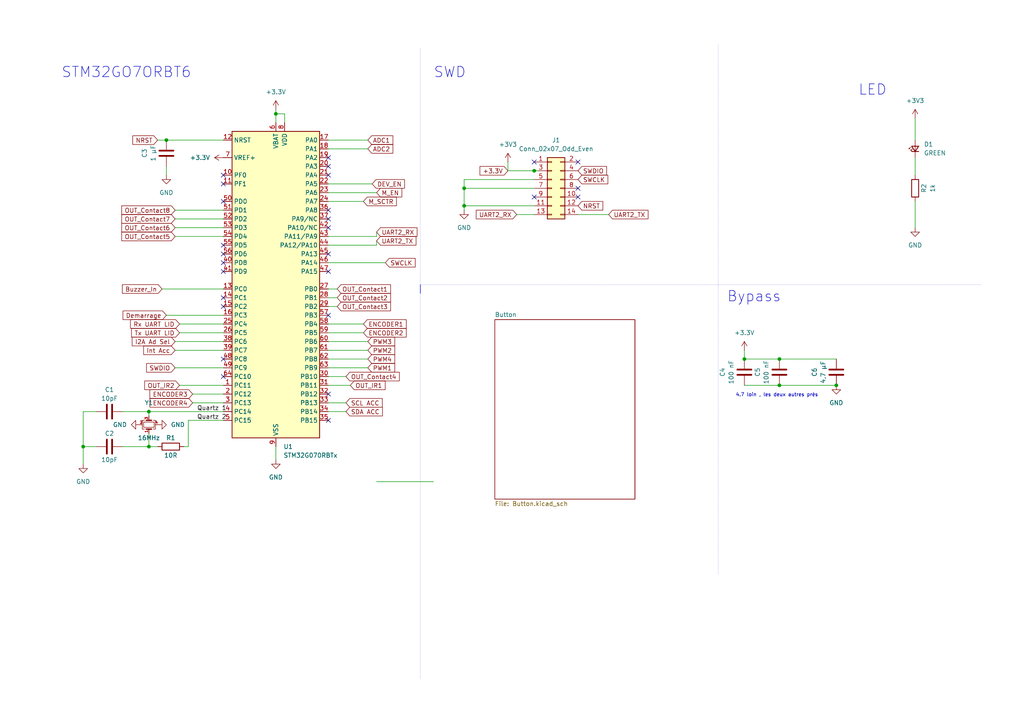
<source format=kicad_sch>
(kicad_sch (version 20230121) (generator eeschema)
  (paper "A4")
  (lib_symbols
    (symbol "+3.3V_1" (power) (pin_numbers hide) (pin_names (offset 0) hide)
      (property "Value" "+3.3V_1" (at 0 3.556 0))
      (symbol "+3.3V_1_0_1"
        (polyline (pts (xy -0.762 1.27) (xy 0 2.54)))
        (polyline (pts (xy 0 0) (xy 0 2.54)))
        (polyline (pts (xy 0 2.54) (xy 0.762 1.27)))
      )
      (symbol "+3.3V_1_1_1"
        (pin power_in line (at 0 0 90) (length 0) hide (name "+3V3") (number "1"))
      )
    )
    (symbol "Connector_Generic:Conn_02x07_Odd_Even" (pin_names (offset 1.016) hide)
      (property "Reference" "J" (at 1.27 10.16 0))
      (property "Value" "Conn_02x07_Odd_Even" (at 1.27 -10.16 0))
      (symbol "Conn_02x07_Odd_Even_1_1"
        (rectangle (start -1.27 -7.493) (end 0 -7.747) (stroke (width 0.1524)))
        (rectangle (start -1.27 -4.953) (end 0 -5.207) (stroke (width 0.1524)))
        (rectangle (start -1.27 -2.413) (end 0 -2.667) (stroke (width 0.1524)))
        (rectangle (start -1.27 0.127) (end 0 -0.127) (stroke (width 0.1524)))
        (rectangle (start -1.27 2.667) (end 0 2.413) (stroke (width 0.1524)))
        (rectangle (start -1.27 5.207) (end 0 4.953) (stroke (width 0.1524)))
        (rectangle (start -1.27 7.747) (end 0 7.493) (stroke (width 0.1524)))
        (rectangle (start -1.27 8.89) (end 3.81 -8.89) (stroke (width 0.254)) (fill (type background)))
        (rectangle (start 3.81 -7.493) (end 2.54 -7.747) (stroke (width 0.1524)))
        (rectangle (start 3.81 -4.953) (end 2.54 -5.207) (stroke (width 0.1524)))
        (rectangle (start 3.81 -2.413) (end 2.54 -2.667) (stroke (width 0.1524)))
        (rectangle (start 3.81 0.127) (end 2.54 -0.127) (stroke (width 0.1524)))
        (rectangle (start 3.81 2.667) (end 2.54 2.413) (stroke (width 0.1524)))
        (rectangle (start 3.81 5.207) (end 2.54 4.953) (stroke (width 0.1524)))
        (rectangle (start 3.81 7.747) (end 2.54 7.493) (stroke (width 0.1524)))
        (pin passive line (at -5.08 7.62 0) (length 3.81) (name "Pin_1") (number "1"))
        (pin passive line (at 7.62 -2.54 180) (length 3.81) (name "Pin_10") (number "10"))
        (pin passive line (at -5.08 -5.08 0) (length 3.81) (name "Pin_11") (number "11"))
        (pin passive line (at 7.62 -5.08 180) (length 3.81) (name "Pin_12") (number "12"))
        (pin passive line (at -5.08 -7.62 0) (length 3.81) (name "Pin_13") (number "13"))
        (pin passive line (at 7.62 -7.62 180) (length 3.81) (name "Pin_14") (number "14"))
        (pin passive line (at 7.62 7.62 180) (length 3.81) (name "Pin_2") (number "2"))
        (pin passive line (at -5.08 5.08 0) (length 3.81) (name "Pin_3") (number "3"))
        (pin passive line (at 7.62 5.08 180) (length 3.81) (name "Pin_4") (number "4"))
        (pin passive line (at -5.08 2.54 0) (length 3.81) (name "Pin_5") (number "5"))
        (pin passive line (at 7.62 2.54 180) (length 3.81) (name "Pin_6") (number "6"))
        (pin passive line (at -5.08 0 0) (length 3.81) (name "Pin_7") (number "7"))
        (pin passive line (at 7.62 0 180) (length 3.81) (name "Pin_8") (number "8"))
        (pin passive line (at -5.08 -2.54 0) (length 3.81) (name "Pin_9") (number "9"))
      )
    )
    (symbol "Device:C" (pin_numbers hide) (pin_names (offset 0.254))
      (property "Reference" "C" (at 0.635 2.54 0))
      (property "Value" "C" (at 0.635 -2.54 0))
      (symbol "C_0_1"
        (polyline (pts (xy -2.032 -0.762) (xy 2.032 -0.762)) (stroke (width 0.508)))
        (polyline (pts (xy -2.032 0.762) (xy 2.032 0.762)) (stroke (width 0.508)))
      )
      (symbol "C_1_1"
        (pin passive line (at 0 3.81 270) (length 2.794) (name "~") (number "1"))
        (pin passive line (at 0 -3.81 90) (length 2.794) (name "~") (number "2"))
      )
    )
    (symbol "Device:Crystal_GND24_Small" (pin_names (offset 1.016) hide)
      (property "Reference" "Y" (at 1.27 4.445 0))
      (property "Value" "Crystal_GND24_Small" (at 1.27 2.54 0))
      (symbol "Crystal_GND24_Small_0_1"
        (rectangle (start -0.762 -1.524) (end 0.762 1.524))
        (polyline (pts (xy -1.27 -0.762) (xy -1.27 0.762)) (stroke (width 0.381)))
        (polyline (pts (xy 1.27 -0.762) (xy 1.27 0.762)) (stroke (width 0.381)))
        (polyline (pts (xy -1.27 -1.27) (xy -1.27 -1.905) (xy 1.27 -1.905) (xy 1.27 -1.27)))
        (polyline (pts (xy -1.27 1.27) (xy -1.27 1.905) (xy 1.27 1.905) (xy 1.27 1.27)))
      )
      (symbol "Crystal_GND24_Small_1_1"
        (pin passive line (at -2.54 0 0) (length 1.27) (name "1") (number "1"))
        (pin passive line (at 0 -2.54 90) (length 0.635) (name "2") (number "2"))
        (pin passive line (at 2.54 0 180) (length 1.27) (name "3") (number "3"))
        (pin passive line (at 0 2.54 270) (length 0.635) (name "4") (number "4"))
      )
    )
    (symbol "Device:LED_Small" (pin_numbers hide) (pin_names (offset 0.254) hide)
      (property "Reference" "D" (at -1.27 3.175 0))
      (property "Value" "LED_Small" (at -4.445 -2.54 0))
      (symbol "LED_Small_0_1"
        (polyline (pts (xy -0.762 -1.016) (xy -0.762 1.016)) (stroke (width 0.254)))
        (polyline (pts (xy 1.016 0) (xy -0.762 0)))
        (polyline (pts (xy 0.762 -1.016) (xy -0.762 0) (xy 0.762 1.016) (xy 0.762 -1.016)) (stroke (width 0.254)))
        (polyline (pts (xy 0 0.762) (xy -0.508 1.27) (xy -0.254 1.27) (xy -0.508 1.27) (xy -0.508 1.016)))
        (polyline (pts (xy 0.508 1.27) (xy 0 1.778) (xy 0.254 1.778) (xy 0 1.778) (xy 0 1.524)))
      )
      (symbol "LED_Small_1_1"
        (pin passive line (at -2.54 0 0) (length 1.778) (name "K") (number "1"))
        (pin passive line (at 2.54 0 180) (length 1.778) (name "A") (number "2"))
      )
    )
    (symbol "Device:R" (pin_numbers hide) (pin_names (offset 0))
      (property "Reference" "R" (at 2.032 0 90))
      (property "Value" "R" (at 0 0 90))
      (symbol "R_0_1"
        (rectangle (start -1.016 -2.54) (end 1.016 2.54) (stroke (width 0.254)))
      )
      (symbol "R_1_1"
        (pin passive line (at 0 3.81 270) (length 1.27) (name "~") (number "1"))
        (pin passive line (at 0 -3.81 90) (length 1.27) (name "~") (number "2"))
      )
    )
    (symbol "GND_2" (power) (pin_numbers hide) (pin_names (offset 0) hide)
      (property "Value" "GND_2" (at 0 -3.81 0))
      (symbol "GND_2_0_1"
        (polyline (pts (xy 0 0) (xy 0 -1.27) (xy 1.27 -1.27) (xy 0 -2.54) (xy -1.27 -1.27) (xy 0 -1.27)))
      )
      (symbol "GND_2_1_1"
        (pin power_in line (at 0 0 270) (length 0) hide (name "GND") (number "1"))
      )
    )
    (symbol "MCU_ST_STM32G0:STM32G070RBTx"
      (property "Reference" "U" (at -12.7 46.99 0))
      (property "Value" "STM32G070RBTx" (at 5.08 46.99 0))
      (symbol "STM32G070RBTx_0_1"
        (rectangle (start -12.7 -43.18) (end 12.7 45.72) (stroke (width 0.254)) (fill (type background)))
      )
      (symbol "STM32G070RBTx_1_1"
        (pin bidirectional line (at -15.24 -27.94 0) (length 2.54) (name "PC11") (number "1"))
        (pin bidirectional line (at -15.24 33.02 0) (length 2.54) (name "PF0") (number "10"))
        (pin bidirectional line (at -15.24 30.48 0) (length 2.54) (name "PF1") (number "11"))
        (pin input line (at -15.24 43.18 0) (length 2.54) (name "NRST") (number "12"))
        (pin bidirectional line (at -15.24 0 0) (length 2.54) (name "PC0") (number "13"))
        (pin bidirectional line (at -15.24 -2.54 0) (length 2.54) (name "PC1") (number "14"))
        (pin bidirectional line (at -15.24 -5.08 0) (length 2.54) (name "PC2") (number "15"))
        (pin bidirectional line (at -15.24 -7.62 0) (length 2.54) (name "PC3") (number "16"))
        (pin bidirectional line (at 15.24 43.18 180) (length 2.54) (name "PA0") (number "17"))
        (pin bidirectional line (at 15.24 40.64 180) (length 2.54) (name "PA1") (number "18"))
        (pin bidirectional line (at 15.24 38.1 180) (length 2.54) (name "PA2") (number "19"))
        (pin bidirectional line (at -15.24 -30.48 0) (length 2.54) (name "PC12") (number "2"))
        (pin bidirectional line (at 15.24 35.56 180) (length 2.54) (name "PA3") (number "20"))
        (pin bidirectional line (at 15.24 33.02 180) (length 2.54) (name "PA4") (number "21"))
        (pin bidirectional line (at 15.24 30.48 180) (length 2.54) (name "PA5") (number "22"))
        (pin bidirectional line (at 15.24 27.94 180) (length 2.54) (name "PA6") (number "23"))
        (pin bidirectional line (at 15.24 25.4 180) (length 2.54) (name "PA7") (number "24"))
        (pin bidirectional line (at -15.24 -10.16 0) (length 2.54) (name "PC4") (number "25"))
        (pin bidirectional line (at -15.24 -12.7 0) (length 2.54) (name "PC5") (number "26"))
        (pin bidirectional line (at 15.24 0 180) (length 2.54) (name "PB0") (number "27"))
        (pin bidirectional line (at 15.24 -2.54 180) (length 2.54) (name "PB1") (number "28"))
        (pin bidirectional line (at 15.24 -5.08 180) (length 2.54) (name "PB2") (number "29"))
        (pin bidirectional line (at -15.24 -33.02 0) (length 2.54) (name "PC13") (number "3"))
        (pin bidirectional line (at 15.24 -25.4 180) (length 2.54) (name "PB10") (number "30"))
        (pin bidirectional line (at 15.24 -27.94 180) (length 2.54) (name "PB11") (number "31"))
        (pin bidirectional line (at 15.24 -30.48 180) (length 2.54) (name "PB12") (number "32"))
        (pin bidirectional line (at 15.24 -33.02 180) (length 2.54) (name "PB13") (number "33"))
        (pin bidirectional line (at 15.24 -35.56 180) (length 2.54) (name "PB14") (number "34"))
        (pin bidirectional line (at 15.24 -38.1 180) (length 2.54) (name "PB15") (number "35"))
        (pin bidirectional line (at 15.24 22.86 180) (length 2.54) (name "PA8") (number "36"))
        (pin bidirectional line (at 15.24 20.32 180) (length 2.54) (name "PA9/NC") (number "37"))
        (pin bidirectional line (at -15.24 -15.24 0) (length 2.54) (name "PC6") (number "38"))
        (pin bidirectional line (at -15.24 -17.78 0) (length 2.54) (name "PC7") (number "39"))
        (pin bidirectional line (at -15.24 -35.56 0) (length 2.54) (name "PC14") (number "4"))
        (pin bidirectional line (at -15.24 7.62 0) (length 2.54) (name "PD8") (number "40"))
        (pin bidirectional line (at -15.24 5.08 0) (length 2.54) (name "PD9") (number "41"))
        (pin bidirectional line (at 15.24 17.78 180) (length 2.54) (name "PA10/NC") (number "42"))
        (pin bidirectional line (at 15.24 15.24 180) (length 2.54) (name "PA11/PA9") (number "43"))
        (pin bidirectional line (at 15.24 12.7 180) (length 2.54) (name "PA12/PA10") (number "44"))
        (pin bidirectional line (at 15.24 10.16 180) (length 2.54) (name "PA13") (number "45"))
        (pin bidirectional line (at 15.24 7.62 180) (length 2.54) (name "PA14") (number "46"))
        (pin bidirectional line (at 15.24 5.08 180) (length 2.54) (name "PA15") (number "47"))
        (pin bidirectional line (at -15.24 -20.32 0) (length 2.54) (name "PC8") (number "48"))
        (pin bidirectional line (at -15.24 -22.86 0) (length 2.54) (name "PC9") (number "49"))
        (pin bidirectional line (at -15.24 -38.1 0) (length 2.54) (name "PC15") (number "5"))
        (pin bidirectional line (at -15.24 25.4 0) (length 2.54) (name "PD0") (number "50"))
        (pin bidirectional line (at -15.24 22.86 0) (length 2.54) (name "PD1") (number "51"))
        (pin bidirectional line (at -15.24 20.32 0) (length 2.54) (name "PD2") (number "52"))
        (pin bidirectional line (at -15.24 17.78 0) (length 2.54) (name "PD3") (number "53"))
        (pin bidirectional line (at -15.24 15.24 0) (length 2.54) (name "PD4") (number "54"))
        (pin bidirectional line (at -15.24 12.7 0) (length 2.54) (name "PD5") (number "55"))
        (pin bidirectional line (at -15.24 10.16 0) (length 2.54) (name "PD6") (number "56"))
        (pin bidirectional line (at 15.24 -7.62 180) (length 2.54) (name "PB3") (number "57"))
        (pin bidirectional line (at 15.24 -10.16 180) (length 2.54) (name "PB4") (number "58"))
        (pin bidirectional line (at 15.24 -12.7 180) (length 2.54) (name "PB5") (number "59"))
        (pin power_in line (at 0 48.26 270) (length 2.54) (name "VBAT") (number "6"))
        (pin bidirectional line (at 15.24 -15.24 180) (length 2.54) (name "PB6") (number "60"))
        (pin bidirectional line (at 15.24 -17.78 180) (length 2.54) (name "PB7") (number "61"))
        (pin bidirectional line (at 15.24 -20.32 180) (length 2.54) (name "PB8") (number "62"))
        (pin bidirectional line (at 15.24 -22.86 180) (length 2.54) (name "PB9") (number "63"))
        (pin bidirectional line (at -15.24 -25.4 0) (length 2.54) (name "PC10") (number "64"))
        (pin input line (at -15.24 38.1 0) (length 2.54) (name "VREF+") (number "7"))
        (pin power_in line (at 2.54 48.26 270) (length 2.54) (name "VDD") (number "8"))
        (pin power_in line (at 0 -45.72 90) (length 2.54) (name "VSS") (number "9"))
      )
    )
    (symbol "power:+3.3V" (power) (pin_names (offset 0))
      (property "Value" "+3.3V" (at 0 3.556 0))
      (symbol "+3.3V_0_1"
        (polyline (pts (xy -0.762 1.27) (xy 0 2.54)))
        (polyline (pts (xy 0 0) (xy 0 2.54)))
        (polyline (pts (xy 0 2.54) (xy 0.762 1.27)))
      )
      (symbol "+3.3V_1_1"
        (pin power_in line (at 0 0 90) (length 0) hide (name "+3.3V") (number "1"))
      )
    )
    (symbol "power:GND" (power) (pin_numbers hide) (pin_names (offset 0) hide)
      (property "Value" "GND" (at 0 -3.81 0))
      (symbol "GND_0_1"
        (polyline (pts (xy 0 0) (xy 0 -1.27) (xy 1.27 -1.27) (xy 0 -2.54) (xy -1.27 -1.27) (xy 0 -1.27)))
      )
      (symbol "GND_1_1"
        (pin power_in line (at 0 0 270) (length 0) hide (name "GND") (number "1"))
      )
    )
  )
  (junction (at 134.62 59.69))
  (junction (at 134.62 54.61))
  (junction (at 24.13 129.54))
  (junction (at 154.94 49.53))
  (junction (at 43.18 119.38))
  (junction (at 48.26 40.64))
  (junction (at 226.06 104.14))
  (junction (at 215.9 104.14))
  (junction (at 242.57 111.76))
  (junction (at 80.01 33.02))
  (junction (at 43.18 129.54))
  (junction (at 226.06 111.76))
  (no_connect (at 95.25 91.44))
  (no_connect (at 154.94 57.15))
  (no_connect (at 64.77 78.74))
  (no_connect (at 64.77 50.8))
  (no_connect (at 154.94 46.99))
  (no_connect (at 167.64 54.61))
  (no_connect (at 95.25 114.3))
  (no_connect (at 64.77 104.14))
  (no_connect (at 64.77 58.42))
  (no_connect (at 95.25 73.66))
  (no_connect (at 95.25 66.04))
  (no_connect (at 64.77 109.22))
  (no_connect (at 167.64 46.99))
  (no_connect (at 95.25 45.72))
  (no_connect (at 95.25 60.96))
  (no_connect (at 95.25 63.5))
  (no_connect (at 95.25 121.92))
  (no_connect (at 95.25 50.8))
  (no_connect (at 95.25 48.26))
  (no_connect (at 64.77 76.2))
  (no_connect (at 64.77 71.12))
  (no_connect (at 64.77 53.34))
  (no_connect (at 95.25 78.74))
  (no_connect (at 64.77 86.36))
  (no_connect (at 167.64 57.15))
  (no_connect (at 64.77 73.66))
  (no_connect (at 64.77 88.9))
  (wire (pts (xy 265.43 45.72) (xy 265.43 50.8)))
  (wire (pts (xy 45.72 40.64) (xy 48.26 40.64)))
  (wire (pts (xy 55.88 116.84) (xy 64.77 116.84)))
  (wire (pts (xy 111.76 76.2) (xy 95.25 76.2)))
  (wire (pts (xy 95.25 93.98) (xy 105.41 93.98)))
  (wire (pts (xy 50.8 106.68) (xy 64.77 106.68)))
  (wire (pts (xy 50.8 99.06) (xy 64.77 99.06)))
  (wire (pts (xy 95.25 101.6) (xy 106.68 101.6)))
  (wire (pts (xy 43.18 120.65) (xy 43.18 119.38)))
  (wire (pts (xy 48.26 91.44) (xy 64.77 91.44)))
  (polyline (pts (xy 121.92 13.97) (xy 121.92 196.85)) (stroke (width 0.1) (type dot)))
  (wire (pts (xy 64.77 121.92) (xy 54.61 121.92)))
  (wire (pts (xy 95.25 111.76) (xy 101.6 111.76)))
  (wire (pts (xy 95.25 96.52) (xy 105.41 96.52)))
  (wire (pts (xy 134.62 54.61) (xy 134.62 52.07)))
  (wire (pts (xy 167.64 62.23) (xy 176.53 62.23)))
  (wire (pts (xy 50.8 60.96) (xy 64.77 60.96)))
  (wire (pts (xy 154.94 49.53) (xy 156.21 49.53)))
  (wire (pts (xy 95.25 106.68) (xy 106.68 106.68)))
  (wire (pts (xy 48.26 50.8) (xy 48.26 48.26)))
  (polyline (pts (xy 208.28 82.55) (xy 208.28 12.7)) (stroke (width 0.1) (type dot)))
  (wire (pts (xy 43.18 119.38) (xy 35.56 119.38)))
  (polyline (pts (xy 121.92 82.55) (xy 121.92 85.09)))
  (wire (pts (xy 265.43 34.29) (xy 265.43 40.64)))
  (wire (pts (xy 95.25 86.36) (xy 97.79 86.36)))
  (wire (pts (xy 95.25 58.42) (xy 105.41 58.42)))
  (wire (pts (xy 43.18 129.54) (xy 35.56 129.54)))
  (wire (pts (xy 95.25 99.06) (xy 106.68 99.06)))
  (wire (pts (xy 215.9 101.6) (xy 215.9 104.14)))
  (wire (pts (xy 109.22 68.58) (xy 109.22 67.31)))
  (wire (pts (xy 95.25 43.18) (xy 106.68 43.18)))
  (wire (pts (xy 149.86 62.23) (xy 154.94 62.23)))
  (wire (pts (xy 52.07 93.98) (xy 64.77 93.98)))
  (wire (pts (xy 95.25 109.22) (xy 100.33 109.22)))
  (wire (pts (xy 43.18 119.38) (xy 64.77 119.38)))
  (wire (pts (xy 134.62 60.96) (xy 134.62 59.69)))
  (wire (pts (xy 50.8 101.6) (xy 64.77 101.6)))
  (wire (pts (xy 95.25 104.14) (xy 106.68 104.14)))
  (wire (pts (xy 24.13 129.54) (xy 24.13 134.62)))
  (wire (pts (xy 100.33 119.38) (xy 95.25 119.38)))
  (wire (pts (xy 95.25 53.34) (xy 107.95 53.34)))
  (wire (pts (xy 134.62 59.69) (xy 134.62 54.61)))
  (wire (pts (xy 45.72 129.54) (xy 43.18 129.54)))
  (polyline (pts (xy 208.28 166.37) (xy 208.28 82.55)) (stroke (width 0.1) (type dot)))
  (wire (pts (xy 95.25 55.88) (xy 109.22 55.88)))
  (wire (pts (xy 54.61 129.54) (xy 54.61 121.92)))
  (wire (pts (xy 27.94 119.38) (xy 24.13 119.38)))
  (wire (pts (xy 134.62 54.61) (xy 154.94 54.61)))
  (wire (pts (xy 80.01 133.35) (xy 80.01 129.54)))
  (wire (pts (xy 134.62 59.69) (xy 154.94 59.69)))
  (wire (pts (xy 46.99 83.82) (xy 64.77 83.82)))
  (wire (pts (xy 95.25 83.82) (xy 97.79 83.82)))
  (wire (pts (xy 215.9 111.76) (xy 226.06 111.76)))
  (wire (pts (xy 43.18 125.73) (xy 43.18 129.54)))
  (wire (pts (xy 226.06 104.14) (xy 242.57 104.14)))
  (wire (pts (xy 95.25 40.64) (xy 106.68 40.64)))
  (wire (pts (xy 147.32 49.53) (xy 147.32 46.99)))
  (wire (pts (xy 265.43 58.42) (xy 265.43 66.04)))
  (wire (pts (xy 50.8 68.58) (xy 64.77 68.58)))
  (wire (pts (xy 55.88 114.3) (xy 64.77 114.3)))
  (wire (pts (xy 215.9 104.14) (xy 226.06 104.14)))
  (wire (pts (xy 24.13 119.38) (xy 24.13 129.54)))
  (wire (pts (xy 82.55 35.56) (xy 82.55 33.02)))
  (wire (pts (xy 95.25 71.12) (xy 109.22 71.12)))
  (wire (pts (xy 134.62 52.07) (xy 154.94 52.07)))
  (wire (pts (xy 109.22 71.12) (xy 109.22 69.85)))
  (wire (pts (xy 80.01 33.02) (xy 80.01 35.56)))
  (wire (pts (xy 54.61 129.54) (xy 53.34 129.54)))
  (wire (pts (xy 100.33 116.84) (xy 95.25 116.84)))
  (wire (pts (xy 48.26 40.64) (xy 64.77 40.64)))
  (wire (pts (xy 82.55 33.02) (xy 80.01 33.02)))
  (wire (pts (xy 52.07 96.52) (xy 64.77 96.52)))
  (wire (pts (xy 147.32 49.53) (xy 154.94 49.53)))
  (wire (pts (xy 80.01 31.75) (xy 80.01 33.02)))
  (wire (pts (xy 109.22 139.7) (xy 125.73 139.7)))
  (wire (pts (xy 95.25 68.58) (xy 109.22 68.58)))
  (wire (pts (xy 52.07 111.76) (xy 64.77 111.76)))
  (wire (pts (xy 50.8 63.5) (xy 64.77 63.5)))
  (wire (pts (xy 95.25 88.9) (xy 97.79 88.9)))
  (polyline (pts (xy 121.92 82.55) (xy 284.48 82.55)) (stroke (width 0.1) (type dot)))
  (wire (pts (xy 226.06 111.76) (xy 242.57 111.76)))
  (wire (pts (xy 50.8 66.04) (xy 64.77 66.04)))
  (wire (pts (xy 24.13 129.54) (xy 27.94 129.54)))
  (text "STM32GO7ORBT6\n" (at 17.78 22.86 0) (effects (font (size 3 3)) (justify left bottom)))
  (text "Bypass\n\n" (at 210.82 92.71 0) (effects (font (size 3 3)) (justify left bottom)))
  (text "LED\n" (at 248.92 27.94 0) (effects (font (size 3 3)) (justify left bottom)))
  (text "SWD\n" (at 125.73 22.86 0) (effects (font (size 3 3)) (justify left bottom)))
  (text "4.7 loin , les deux autres près\n\n" (at 213.36 116.84 0) (effects (font (size 1 1)) (justify left bottom)))
  (label "Quartz 2" (at 57.15 121.92 0))
  (label "Quartz 1" (at 57.15 119.38 0))
  (global_label "OUT_Contact8" (shape input) (at 50.8 60.96 180) (property "Intersheetrefs" "${INTERSHEET_REFS}" (effects hide)))
  (global_label "OUT_Contact1" (shape input) (at 97.79 83.82 0) (property "Intersheetrefs" "${INTERSHEET_REFS}" (effects hide)))
  (global_label "OUT_Contact5" (shape input) (at 50.8 68.58 180) (property "Intersheetrefs" "${INTERSHEET_REFS}" (effects hide)))
  (global_label "UART2_TX" (shape input) (at 109.22 69.85 0) (property "Intersheetrefs" "${INTERSHEET_REFS}" (effects hide)))
  (global_label "SWDIO" (shape input) (at 167.64 49.53 0) (property "Intersheetrefs" "${INTERSHEET_REFS}" (effects hide)))
  (global_label "UART2_RX" (shape input) (at 109.22 67.31 0) (property "Intersheetrefs" "${INTERSHEET_REFS}" (effects hide)))
  (global_label "SWCLK" (shape input) (at 111.76 76.2 0) (property "Intersheetrefs" "${INTERSHEET_REFS}" (effects hide)))
  (global_label "ADC2" (shape input) (at 106.68 43.18 0) (property "Intersheetrefs" "${INTERSHEET_REFS}" (effects hide)))
  (global_label "ADC1" (shape input) (at 106.68 40.64 0) (property "Intersheetrefs" "${INTERSHEET_REFS}" (effects hide)))
  (global_label "OUT_IR1" (shape input) (at 101.6 111.76 0) (property "Intersheetrefs" "${INTERSHEET_REFS}" (effects hide)))
  (global_label "PWM2" (shape input) (at 106.68 101.6 0) (property "Intersheetrefs" "${INTERSHEET_REFS}" (effects hide)))
  (global_label "NRST" (shape input) (at 45.72 40.64 180) (property "Intersheetrefs" "${INTERSHEET_REFS}" (effects hide)))
  (global_label "ENCODER2" (shape input) (at 105.41 96.52 0) (property "Intersheetrefs" "${INTERSHEET_REFS}" (effects hide)))
  (global_label "ENCODER1" (shape input) (at 105.41 93.98 0) (property "Intersheetrefs" "${INTERSHEET_REFS}" (effects hide)))
  (global_label "UART2_TX" (shape input) (at 176.53 62.23 0) (property "Intersheetrefs" "${INTERSHEET_REFS}" (effects hide)))
  (global_label "Tx UART LID" (shape input) (at 52.07 96.52 180) (property "Intersheetrefs" "${INTERSHEET_REFS}" (effects hide)))
  (global_label "ENCODER4" (shape input) (at 55.88 116.84 180) (property "Intersheetrefs" "${INTERSHEET_REFS}" (effects hide)))
  (global_label "Int Acc" (shape input) (at 50.8 101.6 180) (property "Intersheetrefs" "${INTERSHEET_REFS}" (effects hide)))
  (global_label "PWM3" (shape input) (at 106.68 99.06 0) (property "Intersheetrefs" "${INTERSHEET_REFS}" (effects hide)))
  (global_label "+3.3V" (shape input) (at 147.32 49.53 180) (property "Intersheetrefs" "${INTERSHEET_REFS}" (effects hide)))
  (global_label "Demarrage" (shape input) (at 48.26 91.44 180) (property "Intersheetrefs" "${INTERSHEET_REFS}" (effects hide)))
  (global_label "OUT_Contact4" (shape input) (at 100.33 109.22 0) (property "Intersheetrefs" "${INTERSHEET_REFS}" (effects hide)))
  (global_label "OUT_Contact7" (shape input) (at 50.8 63.5 180) (property "Intersheetrefs" "${INTERSHEET_REFS}" (effects hide)))
  (global_label "SWCLK" (shape input) (at 167.64 52.07 0) (property "Intersheetrefs" "${INTERSHEET_REFS}" (effects hide)))
  (global_label "SDA ACC" (shape input) (at 100.33 119.38 0) (property "Intersheetrefs" "${INTERSHEET_REFS}" (effects hide)))
  (global_label "ENCODER3" (shape input) (at 55.88 114.3 180) (property "Intersheetrefs" "${INTERSHEET_REFS}" (effects hide)))
  (global_label "OUT_Contact3" (shape input) (at 97.79 88.9 0) (property "Intersheetrefs" "${INTERSHEET_REFS}" (effects hide)))
  (global_label "NRST" (shape input) (at 167.64 59.69 0) (property "Intersheetrefs" "${INTERSHEET_REFS}" (effects hide)))
  (global_label "Buzzer_In" (shape input) (at 46.99 83.82 180) (property "Intersheetrefs" "${INTERSHEET_REFS}" (effects hide)))
  (global_label "OUT_Contact2" (shape input) (at 97.79 86.36 0) (property "Intersheetrefs" "${INTERSHEET_REFS}" (effects hide)))
  (global_label "Rx UART LID" (shape input) (at 52.07 93.98 180) (property "Intersheetrefs" "${INTERSHEET_REFS}" (effects hide)))
  (global_label "PWM1" (shape input) (at 106.68 106.68 0) (property "Intersheetrefs" "${INTERSHEET_REFS}" (effects hide)))
  (global_label "PWM4" (shape input) (at 106.68 104.14 0) (property "Intersheetrefs" "${INTERSHEET_REFS}" (effects hide)))
  (global_label "M_SCTR" (shape input) (at 105.41 58.42 0) (property "Intersheetrefs" "${INTERSHEET_REFS}" (effects hide)))
  (global_label "UART2_RX" (shape input) (at 149.86 62.23 180) (property "Intersheetrefs" "${INTERSHEET_REFS}" (effects hide)))
  (global_label "OUT_IR2" (shape input) (at 52.07 111.76 180) (property "Intersheetrefs" "${INTERSHEET_REFS}" (effects hide)))
  (global_label "OUT_Contact6" (shape input) (at 50.8 66.04 180) (property "Intersheetrefs" "${INTERSHEET_REFS}" (effects hide)))
  (global_label "SWDIO" (shape input) (at 50.8 106.68 180) (property "Intersheetrefs" "${INTERSHEET_REFS}" (effects hide)))
  (global_label "I2A Ad Sel" (shape input) (at 50.8 99.06 180) (property "Intersheetrefs" "${INTERSHEET_REFS}" (effects hide)))
  (global_label "SCL ACC" (shape input) (at 100.33 116.84 0) (property "Intersheetrefs" "${INTERSHEET_REFS}" (effects hide)))
  (global_label "DEV_EN" (shape input) (at 107.95 53.34 0) (property "Intersheetrefs" "${INTERSHEET_REFS}" (effects hide)))
  (global_label "M_EN" (shape input) (at 109.22 55.88 0) (property "Intersheetrefs" "${INTERSHEET_REFS}" (effects hide)))
  (symbol (lib_id "MCU_ST_STM32G0:STM32G070RBTx") (at 80.01 83.82 0) (unit 1)
    (property "Reference" "U1" (at 82.2041 129.54 0) (effects (justify left)))
    (property "Value" "STM32G070RBTx" (at 82.2041 132.08 0) (effects (justify left)))
    (property "Footprint" "Package_QFP:LQFP-64_10x10mm_P0.5mm" (effects hide))
    (property "Datasheet" "https://www.st.com/resource/en/datasheet/stm32g070rb.pdf" (effects hide))
    (instances (project "projet moi" (path "" (reference "U1") (unit 1))) (project "Microp_project_chat" (path "" (reference "U?") (unit 1))))
  )
  (symbol (lib_id "power:+3.3V") (at 215.9 101.6 0) (unit 1)
    (property "Reference" "#PWR010" (effects hide))
    (property "Value" "+3.3V" (at 215.9 96.52 0))
    (instances (project "projet moi" (path "" (reference "#PWR010") (unit 1))) (project "Microp_project_chat" (path "" (reference "#PWR?") (unit 1))))
  )
  (symbol (lib_id "Device:C") (at 242.57 107.95 0) (mirror x) (unit 1)
    (property "Reference" "C6" (at 236.22 107.95 90))
    (property "Value" "4,7 µF" (at 238.76 107.95 90))
    (property "Footprint" "Capacitor_SMD:C_0603_1608Metric_Pad1.08x0.95mm_HandSolder" (effects hide))
    (instances (project "projet moi" (path "" (reference "C6") (unit 1))) (project "Microp_project_chat" (path "" (reference "C?") (unit 1)) (path "" (reference "C?") (unit 1))))
  )
  (symbol (lib_id "power:GND") (at 80.01 133.35 0) (mirror y) (unit 1)
    (property "Reference" "#PWR07" (effects hide))
    (property "Value" "GND" (at 80.01 138.43 0))
    (instances (project "projet moi" (path "" (reference "#PWR07") (unit 1))) (project "Microp_project_chat" (path "" (reference "#PWR?") (unit 1)) (path "" (reference "#PWR?") (unit 1))))
  )
  (symbol (lib_id "power:GND") (at 24.13 134.62 0) (mirror y) (unit 1)
    (property "Reference" "#PWR01" (effects hide))
    (property "Value" "GND" (at 24.13 139.7 0))
    (instances (project "projet moi" (path "" (reference "#PWR01") (unit 1))) (project "Microp_project_chat" (path "" (reference "#PWR?") (unit 1)) (path "" (reference "#PWR?") (unit 1))))
  )
  (symbol (lib_name "GND_2") (lib_id "power:GND") (at 265.43 66.04 0) (unit 1)
    (property "Reference" "#PWR014" (effects hide))
    (property "Value" "GND" (at 265.43 71.12 0))
    (instances (project "projet moi" (path "" (reference "#PWR014") (unit 1))) (project "tuto_usb-c" (path "" (reference "#PWR?") (unit 1))) (project "Microp_project_chat" (path "" (reference "#PWR?") (unit 1))))
  )
  (symbol (lib_name "+3.3V_1") (lib_id "power:+3.3V") (at 147.32 46.99 0) (unit 1)
    (property "Reference" "#PWR09" (effects hide))
    (property "Value" "+3.3V" (at 147.32 41.91 0))
    (instances (project "projet moi" (path "" (reference "#PWR09") (unit 1))) (project "tuto_usb-c" (path "" (reference "#PWR?") (unit 1))) (project "Microp_project_chat" (path "" (reference "#PWR?") (unit 1))))
  )
  (symbol (lib_id "power:GND") (at 40.64 123.19 270) (mirror x) (unit 1)
    (property "Reference" "#PWR02" (effects hide))
    (property "Value" "GND" (at 36.83 123.19 90) (effects (justify right)))
    (instances (project "projet moi" (path "" (reference "#PWR02") (unit 1))) (project "Microp_project_chat" (path "" (reference "#PWR?") (unit 1)) (path "" (reference "#PWR?") (unit 1))))
  )
  (symbol (lib_name "GND_2") (lib_id "power:GND") (at 242.57 111.76 0) (unit 1)
    (property "Reference" "#PWR011" (effects hide))
    (property "Value" "GND" (at 242.57 116.84 0))
    (instances (project "projet moi" (path "" (reference "#PWR011") (unit 1))) (project "tuto_usb-c" (path "" (reference "#PWR?") (unit 1))) (project "Microp_project_chat" (path "" (reference "#PWR?") (unit 1))))
  )
  (symbol (lib_id "power:GND") (at 48.26 50.8 0) (mirror y) (unit 1)
    (property "Reference" "#PWR04" (effects hide))
    (property "Value" "GND" (at 48.26 55.88 0))
    (instances (project "projet moi" (path "" (reference "#PWR04") (unit 1))) (project "Microp_project_chat" (path "" (reference "#PWR?") (unit 1)) (path "" (reference "#PWR?") (unit 1))))
  )
  (symbol (lib_id "power:+3.3V") (at 80.01 31.75 0) (unit 1)
    (property "Reference" "#PWR06" (effects hide))
    (property "Value" "+3.3V" (at 80.01 26.67 0))
    (instances (project "projet moi" (path "" (reference "#PWR06") (unit 1))) (project "Microp_project_chat" (path "" (reference "#PWR?") (unit 1))))
  )
  (symbol (lib_id "Device:C") (at 215.9 107.95 0) (mirror x) (unit 1)
    (property "Reference" "C4" (at 209.55 107.95 90))
    (property "Value" "100 nF" (at 212.09 107.95 90))
    (property "Footprint" "Capacitor_SMD:C_0603_1608Metric_Pad1.08x0.95mm_HandSolder" (effects hide))
    (instances (project "projet moi" (path "" (reference "C4") (unit 1))) (project "Microp_project_chat" (path "" (reference "C?") (unit 1)) (path "" (reference "C?") (unit 1))))
  )
  (symbol (lib_name "GND_2") (lib_id "power:GND") (at 134.62 60.96 0) (unit 1)
    (property "Reference" "#PWR08" (effects hide))
    (property "Value" "GND" (at 134.62 66.04 0))
    (instances (project "projet moi" (path "" (reference "#PWR08") (unit 1))) (project "tuto_usb-c" (path "" (reference "#PWR?") (unit 1))) (project "Microp_project_chat" (path "" (reference "#PWR?") (unit 1))))
  )
  (symbol (lib_id "Device:C") (at 226.06 107.95 0) (mirror x) (unit 1)
    (property "Reference" "C5" (at 219.71 107.95 90))
    (property "Value" "100 nF" (at 222.25 107.95 90))
    (property "Footprint" "Capacitor_SMD:C_0603_1608Metric_Pad1.08x0.95mm_HandSolder" (effects hide))
    (instances (project "projet moi" (path "" (reference "C5") (unit 1))) (project "Microp_project_chat" (path "" (reference "C?") (unit 1)) (path "" (reference "C?") (unit 1))))
  )
  (symbol (lib_id "Device:C") (at 31.75 129.54 90) (mirror x) (unit 1)
    (property "Reference" "C2" (at 31.75 125.73 90))
    (property "Value" "10pF" (at 31.75 133.35 90))
    (property "Footprint" "Capacitor_SMD:C_0603_1608Metric_Pad1.08x0.95mm_HandSolder" (effects hide))
    (instances (project "projet moi" (path "" (reference "C2") (unit 1))) (project "Microp_project_chat" (path "" (reference "C?") (unit 1)) (path "" (reference "C?") (unit 1))))
  )
  (symbol (lib_name "+3.3V_1") (lib_id "power:+3.3V") (at 265.43 34.29 0) (unit 1)
    (property "Reference" "#PWR013" (effects hide))
    (property "Value" "+3.3V" (at 265.43 29.21 0))
    (instances (project "projet moi" (path "" (reference "#PWR013") (unit 1))) (project "tuto_usb-c" (path "" (reference "#PWR?") (unit 1))) (project "Microp_project_chat" (path "" (reference "#PWR?") (unit 1))))
  )
  (symbol (lib_id "Device:LED_Small") (at 265.43 43.18 90) (unit 1)
    (property "Reference" "D1" (at 267.97 41.8465 90) (effects (justify right)))
    (property "Value" "GREEN" (at 267.97 44.3865 90) (effects (justify right)))
    (property "Footprint" "LED_SMD:LED_0603_1608Metric_Pad1.05x0.95mm_HandSolder" (effects hide))
    (instances (project "projet moi" (path "" (reference "D1") (unit 1))) (project "tuto_usb-c" (path "" (reference "D?") (unit 1))) (project "Microp_project_chat" (path "" (reference "D?") (unit 1))))
  )
  (symbol (lib_id "Device:R") (at 265.43 54.61 0) (unit 1)
    (property "Reference" "R2" (at 267.97 54.61 90))
    (property "Value" "1k" (at 270.51 54.61 90))
    (property "Footprint" "Resistor_SMD:R_0603_1608Metric_Pad0.98x0.95mm_HandSolder" (effects hide))
    (instances (project "projet moi" (path "" (reference "R2") (unit 1))) (project "tuto_usb-c" (path "" (reference "R?") (unit 1))) (project "Microp_project_chat" (path "" (reference "R?") (unit 1))))
  )
  (symbol (lib_id "power:+3.3V") (at 64.77 45.72 90) (unit 1)
    (property "Reference" "#PWR05" (effects hide))
    (property "Value" "+3.3V" (at 60.96 45.72 90) (effects (justify left)))
    (instances (project "projet moi" (path "" (reference "#PWR05") (unit 1))) (project "Microp_project_chat" (path "" (reference "#PWR?") (unit 1))))
  )
  (symbol (lib_id "Device:R") (at 49.53 129.54 270) (mirror x) (unit 1)
    (property "Reference" "R1" (at 49.53 127 90))
    (property "Value" "10R" (at 49.53 132.08 90))
    (property "Footprint" "Resistor_SMD:R_0603_1608Metric_Pad0.98x0.95mm_HandSolder" (effects hide))
    (instances (project "projet moi" (path "" (reference "R1") (unit 1))) (project "Microp_project_chat" (path "" (reference "R?") (unit 1)) (path "" (reference "R?") (unit 1))))
  )
  (symbol (lib_id "power:GND") (at 45.72 123.19 90) (mirror x) (unit 1)
    (property "Reference" "#PWR03" (effects hide))
    (property "Value" "GND" (at 49.53 123.19 90) (effects (justify right)))
    (instances (project "projet moi" (path "" (reference "#PWR03") (unit 1))) (project "Microp_project_chat" (path "" (reference "#PWR?") (unit 1)) (path "" (reference "#PWR?") (unit 1))))
  )
  (symbol (lib_id "Device:C") (at 48.26 44.45 0) (mirror x) (unit 1)
    (property "Reference" "C3" (at 41.91 44.45 90))
    (property "Value" "1 µF" (at 44.45 44.45 90))
    (property "Footprint" "Capacitor_SMD:C_0603_1608Metric_Pad1.08x0.95mm_HandSolder" (effects hide))
    (instances (project "projet moi" (path "" (reference "C3") (unit 1))) (project "Microp_project_chat" (path "" (reference "C?") (unit 1)) (path "" (reference "C?") (unit 1))))
  )
  (symbol (lib_id "Device:C") (at 31.75 119.38 90) (mirror x) (unit 1)
    (property "Reference" "C1" (at 31.75 113.03 90))
    (property "Value" "10pF" (at 31.75 115.57 90))
    (property "Footprint" "Capacitor_SMD:C_0603_1608Metric_Pad1.08x0.95mm_HandSolder" (effects hide))
    (instances (project "projet moi" (path "" (reference "C1") (unit 1))) (project "Microp_project_chat" (path "" (reference "C?") (unit 1)) (path "" (reference "C?") (unit 1))))
  )
  (symbol (lib_id "Connector_Generic:Conn_02x07_Odd_Even") (at 160.02 54.61 0) (unit 1)
    (property "Reference" "J1" (at 161.29 40.64 0))
    (property "Value" "Conn_02x07_Odd_Even" (at 161.29 43.18 0))
    (property "Footprint" "Connector_Molex:Molex_Nano-Fit_105314-xx14_2x07_P2.50mm_Horizontal" (effects hide))
    (instances (project "projet moi" (path "" (reference "J1") (unit 1))) (project "tuto_usb-c" (path "" (reference "J?") (unit 1))) (project "Microp_project_chat" (path "" (reference "J?") (unit 1))))
  )
  (symbol (lib_id "Device:Crystal_GND24_Small") (at 43.18 123.19 270) (mirror x) (unit 1)
    (property "Reference" "Y1" (at 43.18 116.84 90))
    (property "Value" "16MHz" (at 43.18 127 90))
    (property "Footprint" "Crystal:Crystal_SMD_EuroQuartz_MT-4Pin_3.2x2.5mm" (effects hide))
    (instances (project "projet moi" (path "" (reference "Y1") (unit 1))) (project "Microp_project_chat" (path "" (reference "Y?") (unit 1)) (path "" (reference "Y?") (unit 1))))
  )
  (sheet (at 143.51 92.71) (size 40.64 52.07) (stroke (width 0.1524))
    (property "Sheetname" "Button" (at 143.51 91.9984 0) (effects (justify left bottom)))
    (property "Sheetfile" "Button.kicad_sch" (at 143.51 145.3646 0) (effects (justify left top)))
  )
)
</source>
